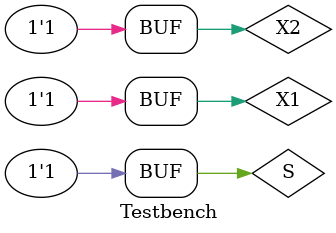
<source format=v>
`timescale 1ns / 1ps


module Testbench;

	// Inputs
	reg X1;
	reg X2;
	reg S;

	// Outputs
	wire Y;

	// Instantiate the Unit Under Test (UUT)
	mux uut (
		.X1(X1), 
		.X2(X2), 
		.S(S), 
		.Y(Y)
	);

	initial begin
		// Initialize Inputs
		X1 = 0;
		X2 = 0;
		S = 0;

		// Wait 100 ns for global reset to finish
		#100;
		X1 = 1;
		X2 = 0;
		S = 0;
		
		#100;
		X1 = 1;
		X2 = 0;
		S = 1;
		
		#100;
		X1 = 1;
		X2 = 1;
		S = 1;
        		
	end
      
endmodule


</source>
